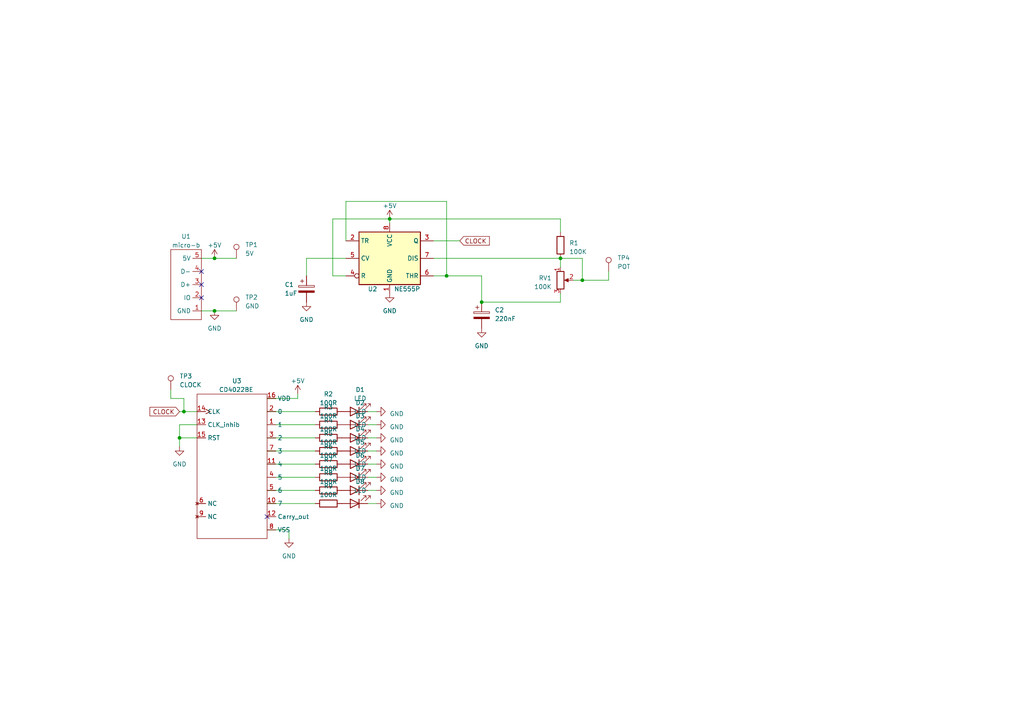
<source format=kicad_sch>
(kicad_sch (version 20230121) (generator eeschema)
  (paper "A4")
  (title_block (title "PCB Labo InstruAnalog") (date "2024-05-03") (rev "1") (company "ULB-EPB") (comment 1 "Lucas Placentino") (comment 2 "BA-IRCI Electronics & Telecoms"))
  (lib_symbols
    (symbol "Connector:TestPoint" (pin_numbers hide) (pin_names (offset 0.762) hide)
      (property "Reference" "TP" (at 0 6.858 0))
      (property "Value" "TestPoint" (at 0 5.08 0))
      (symbol "TestPoint_0_1"
        (circle (center 0 3.302) (radius 0.762))
      )
      (symbol "TestPoint_1_1"
        (pin passive line (at 0 0 90) (length 2.54) (name "1") (number "1"))
      )
    )
    (symbol "Device:C_Polarized" (pin_numbers hide) (pin_names (offset 0.254))
      (property "Reference" "C" (at 0.635 2.54 0))
      (property "Value" "C_Polarized" (at 0.635 -2.54 0))
      (symbol "C_Polarized_0_1"
        (rectangle (start -2.286 0.508) (end 2.286 1.016))
        (polyline (pts (xy -1.778 2.286) (xy -0.762 2.286)))
        (polyline (pts (xy -1.27 2.794) (xy -1.27 1.778)))
        (rectangle (start 2.286 -0.508) (end -2.286 -1.016) (fill (type outline)))
      )
      (symbol "C_Polarized_1_1"
        (pin passive line (at 0 3.81 270) (length 2.794) (name "~") (number "1"))
        (pin passive line (at 0 -3.81 90) (length 2.794) (name "~") (number "2"))
      )
    )
    (symbol "Device:LED" (pin_numbers hide) (pin_names (offset 1.016) hide)
      (property "Reference" "D" (at 0 2.54 0))
      (property "Value" "LED" (at 0 -2.54 0))
      (symbol "LED_0_1"
        (polyline (pts (xy -1.27 -1.27) (xy -1.27 1.27)) (stroke (width 0.254)))
        (polyline (pts (xy -1.27 0) (xy 1.27 0)))
        (polyline (pts (xy 1.27 -1.27) (xy 1.27 1.27) (xy -1.27 0) (xy 1.27 -1.27)) (stroke (width 0.254)))
        (polyline (pts (xy -3.048 -0.762) (xy -4.572 -2.286) (xy -3.81 -2.286) (xy -4.572 -2.286) (xy -4.572 -1.524)))
        (polyline (pts (xy -1.778 -0.762) (xy -3.302 -2.286) (xy -2.54 -2.286) (xy -3.302 -2.286) (xy -3.302 -1.524)))
      )
      (symbol "LED_1_1"
        (pin passive line (at -3.81 0 0) (length 2.54) (name "K") (number "1"))
        (pin passive line (at 3.81 0 180) (length 2.54) (name "A") (number "2"))
      )
    )
    (symbol "Device:R" (pin_numbers hide) (pin_names (offset 0))
      (property "Reference" "R" (at 2.032 0 90))
      (property "Value" "R" (at 0 0 90))
      (symbol "R_0_1"
        (rectangle (start -1.016 -2.54) (end 1.016 2.54) (stroke (width 0.254)))
      )
      (symbol "R_1_1"
        (pin passive line (at 0 3.81 270) (length 1.27) (name "~") (number "1"))
        (pin passive line (at 0 -3.81 90) (length 1.27) (name "~") (number "2"))
      )
    )
    (symbol "Device:R_Potentiometer" (pin_names (offset 1.016) hide)
      (property "Reference" "RV" (at -4.445 0 90))
      (property "Value" "R_Potentiometer" (at -2.54 0 90))
      (symbol "R_Potentiometer_0_1"
        (polyline (pts (xy 2.54 0) (xy 1.524 0)))
        (polyline (pts (xy 1.143 0) (xy 2.286 0.508) (xy 2.286 -0.508) (xy 1.143 0)) (fill (type outline)))
        (rectangle (start 1.016 2.54) (end -1.016 -2.54) (stroke (width 0.254)))
      )
      (symbol "R_Potentiometer_1_1"
        (pin passive line (at 0 3.81 270) (length 1.27) (name "1") (number "1"))
        (pin passive line (at 3.81 0 180) (length 1.27) (name "2") (number "2"))
        (pin passive line (at 0 -3.81 90) (length 1.27) (name "3") (number "3"))
      )
    )
    (symbol "PCM_4ms_Power-symbol:+5V" (power) (pin_names (offset 0))
      (property "Value" "+5V" (at 0 3.556 0))
      (symbol "+5V_0_1"
        (polyline (pts (xy -0.762 1.27) (xy 0 2.54)))
        (polyline (pts (xy 0 0) (xy 0 2.54)))
        (polyline (pts (xy 0 2.54) (xy 0.762 1.27)))
      )
      (symbol "+5V_1_1"
        (pin power_in line (at 0 0 90) (length 0) hide (name "+5V") (number "1"))
      )
    )
    (symbol "PCM_4ms_Power-symbol:GND" (power) (pin_names (offset 0))
      (property "Value" "GND" (at 0 -3.81 0))
      (symbol "GND_0_1"
        (polyline (pts (xy 0 0) (xy 0 -1.27) (xy 1.27 -1.27) (xy 0 -2.54) (xy -1.27 -1.27) (xy 0 -1.27)))
      )
      (symbol "GND_1_1"
        (pin power_in line (at 0 0 270) (length 0) hide (name "GND") (number "1"))
      )
    )
    (symbol "Timer:NE555P"
      (property "Reference" "U" (at -10.16 8.89 0))
      (property "Value" "NE555P" (at 2.54 8.89 0))
      (symbol "NE555P_0_0"
        (pin power_in line (at 0 -10.16 90) (length 2.54) (name "GND") (number "1"))
        (pin power_in line (at 0 10.16 270) (length 2.54) (name "VCC") (number "8"))
      )
      (symbol "NE555P_0_1"
        (rectangle (start -8.89 -7.62) (end 8.89 7.62) (stroke (width 0.254)) (fill (type background)))
        (rectangle (start -8.89 -7.62) (end 8.89 7.62) (stroke (width 0.254)) (fill (type background)))
      )
      (symbol "NE555P_1_1"
        (pin input line (at -12.7 5.08 0) (length 3.81) (name "TR") (number "2"))
        (pin output line (at 12.7 5.08 180) (length 3.81) (name "Q") (number "3"))
        (pin input inverted (at -12.7 -5.08 0) (length 3.81) (name "R") (number "4"))
        (pin input line (at -12.7 0 0) (length 3.81) (name "CV") (number "5"))
        (pin input line (at 12.7 -5.08 180) (length 3.81) (name "THR") (number "6"))
        (pin input line (at 12.7 0 180) (length 3.81) (name "DIS") (number "7"))
      )
    )
    (symbol "USB_breakout:micro-b"
      (property "Reference" "U" (at 0 0 0))
      (property "Value" "micro-b" (at 0 2.54 0))
      (symbol "micro-b_0_1"
        (rectangle (start -5.08 -2.54) (end 3.81 -22.86))
      )
      (symbol "micro-b_1_1"
        (pin power_out line (at -5.08 -5.08 0) (length 2.54) (name "GND") (number "1"))
        (pin bidirectional line (at -5.08 -8.89 0) (length 2.54) (name "IO") (number "2"))
        (pin bidirectional line (at -5.08 -12.7 0) (length 2.54) (name "D+") (number "3"))
        (pin bidirectional line (at -5.08 -16.51 0) (length 2.54) (name "D-") (number "4"))
        (pin power_out line (at -5.08 -20.32 0) (length 2.54) (name "5V") (number "5"))
      )
    )
    (symbol "cd4022be:CD4022BE"
      (property "Reference" "U" (at -5.08 0 0))
      (property "Value" "CD4022BE" (at -5.08 2.54 0))
      (symbol "CD4022BE_0_1"
        (rectangle (start -15.24 -1.27) (end 5.08 -43.18))
      )
      (symbol "CD4022BE_1_1"
        (pin output line (at 5.08 -10.16 0) (length 2.54) (name "1") (number "1"))
        (pin output line (at 5.08 -33.02 0) (length 2.54) (name "7") (number "10"))
        (pin output line (at 5.08 -21.59 0) (length 2.54) (name "4") (number "11"))
        (pin output line (at 5.08 -36.83 0) (length 2.54) (name "Carry_out") (number "12"))
        (pin input line (at -15.24 -10.16 0) (length 2.54) (name "CLK_inhib") (number "13"))
        (pin input clock (at -15.24 -6.35 0) (length 2.54) (name "CLK") (number "14"))
        (pin input line (at -15.24 -13.97 0) (length 2.54) (name "RST") (number "15"))
        (pin power_in line (at 5.08 -2.54 0) (length 2.54) (name "VDD") (number "16"))
        (pin output line (at 5.08 -6.35 0) (length 2.54) (name "0") (number "2"))
        (pin output line (at 5.08 -13.97 0) (length 2.54) (name "2") (number "3"))
        (pin output line (at 5.08 -25.4 0) (length 2.54) (name "5") (number "4"))
        (pin output line (at 5.08 -29.21 0) (length 2.54) (name "6") (number "5"))
        (pin no_connect line (at -15.24 -33.02 0) (length 2.54) (name "NC") (number "6"))
        (pin output line (at 5.08 -17.78 0) (length 2.54) (name "3") (number "7"))
        (pin power_in line (at 5.08 -40.64 0) (length 2.54) (name "VSS") (number "8"))
        (pin no_connect line (at -15.24 -36.83 0) (length 2.54) (name "NC") (number "9"))
      )
    )
  )
  (junction (at 113.03 63.5))
  (junction (at 53.34 119.38))
  (junction (at 129.54 80.01))
  (junction (at 62.23 74.93))
  (junction (at 168.91 81.28))
  (junction (at 52.07 127))
  (junction (at 139.7 87.63))
  (junction (at 62.23 90.17))
  (junction (at 162.56 74.93))
  (no_connect (at 58.42 82.55))
  (no_connect (at 58.42 78.74))
  (no_connect (at 58.42 86.36))
  (no_connect (at 77.47 149.86))
  (wire (pts (xy 100.33 69.85) (xy 100.33 58.42)))
  (wire (pts (xy 77.47 119.38) (xy 91.44 119.38)))
  (wire (pts (xy 58.42 90.17) (xy 62.23 90.17)))
  (wire (pts (xy 176.53 81.28) (xy 168.91 81.28)))
  (wire (pts (xy 162.56 87.63) (xy 162.56 85.09)))
  (wire (pts (xy 77.47 146.05) (xy 91.44 146.05)))
  (wire (pts (xy 77.47 115.57) (xy 86.36 115.57)))
  (wire (pts (xy 139.7 80.01) (xy 129.54 80.01)))
  (wire (pts (xy 129.54 80.01) (xy 125.73 80.01)))
  (wire (pts (xy 83.82 153.67) (xy 77.47 153.67)))
  (wire (pts (xy 52.07 123.19) (xy 52.07 127)))
  (wire (pts (xy 77.47 134.62) (xy 91.44 134.62)))
  (wire (pts (xy 53.34 119.38) (xy 57.15 119.38)))
  (wire (pts (xy 125.73 74.93) (xy 162.56 74.93)))
  (wire (pts (xy 49.53 113.03) (xy 49.53 115.57)))
  (wire (pts (xy 176.53 78.74) (xy 176.53 81.28)))
  (wire (pts (xy 96.52 80.01) (xy 100.33 80.01)))
  (wire (pts (xy 100.33 58.42) (xy 129.54 58.42)))
  (wire (pts (xy 52.07 119.38) (xy 53.34 119.38)))
  (wire (pts (xy 139.7 87.63) (xy 162.56 87.63)))
  (wire (pts (xy 77.47 130.81) (xy 91.44 130.81)))
  (wire (pts (xy 88.9 74.93) (xy 100.33 74.93)))
  (wire (pts (xy 162.56 74.93) (xy 168.91 74.93)))
  (wire (pts (xy 106.68 127) (xy 109.22 127)))
  (wire (pts (xy 52.07 127) (xy 57.15 127)))
  (wire (pts (xy 162.56 74.93) (xy 162.56 77.47)))
  (wire (pts (xy 106.68 134.62) (xy 109.22 134.62)))
  (wire (pts (xy 77.47 142.24) (xy 91.44 142.24)))
  (wire (pts (xy 125.73 69.85) (xy 133.35 69.85)))
  (wire (pts (xy 106.68 119.38) (xy 109.22 119.38)))
  (wire (pts (xy 96.52 63.5) (xy 113.03 63.5)))
  (wire (pts (xy 106.68 123.19) (xy 109.22 123.19)))
  (wire (pts (xy 113.03 63.5) (xy 162.56 63.5)))
  (wire (pts (xy 83.82 156.21) (xy 83.82 153.67)))
  (wire (pts (xy 49.53 115.57) (xy 53.34 115.57)))
  (wire (pts (xy 96.52 63.5) (xy 96.52 80.01)))
  (wire (pts (xy 52.07 129.54) (xy 52.07 127)))
  (wire (pts (xy 168.91 81.28) (xy 166.37 81.28)))
  (wire (pts (xy 106.68 138.43) (xy 109.22 138.43)))
  (wire (pts (xy 86.36 114.3) (xy 86.36 115.57)))
  (wire (pts (xy 62.23 74.93) (xy 68.58 74.93)))
  (wire (pts (xy 106.68 146.05) (xy 109.22 146.05)))
  (wire (pts (xy 77.47 127) (xy 91.44 127)))
  (wire (pts (xy 106.68 130.81) (xy 109.22 130.81)))
  (wire (pts (xy 168.91 74.93) (xy 168.91 81.28)))
  (wire (pts (xy 58.42 74.93) (xy 62.23 74.93)))
  (wire (pts (xy 88.9 80.01) (xy 88.9 74.93)))
  (wire (pts (xy 53.34 115.57) (xy 53.34 119.38)))
  (wire (pts (xy 57.15 123.19) (xy 52.07 123.19)))
  (wire (pts (xy 77.47 123.19) (xy 91.44 123.19)))
  (wire (pts (xy 77.47 138.43) (xy 91.44 138.43)))
  (wire (pts (xy 162.56 63.5) (xy 162.56 67.31)))
  (wire (pts (xy 106.68 142.24) (xy 109.22 142.24)))
  (wire (pts (xy 139.7 87.63) (xy 139.7 80.01)))
  (wire (pts (xy 62.23 90.17) (xy 68.58 90.17)))
  (wire (pts (xy 113.03 63.5) (xy 113.03 64.77)))
  (wire (pts (xy 129.54 58.42) (xy 129.54 80.01)))
  (global_label "CLOCK" (shape input) (at 133.35 69.85 0) (property "Intersheetrefs" "${INTERSHEET_REFS}" (effects hide)))
  (global_label "CLOCK" (shape input) (at 52.07 119.38 180) (property "Intersheetrefs" "${INTERSHEET_REFS}" (effects hide)))
  (symbol (lib_id "PCM_4ms_Power-symbol:GND") (at 109.22 119.38 90) (unit 1)
    (property "Reference" "#PWR010" (effects hide))
    (property "Value" "GND" (at 113.03 120.015 90) (effects (justify right)))
  )
  (symbol (lib_id "PCM_4ms_Power-symbol:GND") (at 109.22 130.81 90) (unit 1)
    (property "Reference" "#PWR013" (effects hide))
    (property "Value" "GND" (at 113.03 131.445 90) (effects (justify right)))
  )
  (symbol (lib_id "PCM_4ms_Power-symbol:GND") (at 109.22 146.05 90) (unit 1)
    (property "Reference" "#PWR017" (effects hide))
    (property "Value" "GND" (at 113.03 146.685 90) (effects (justify right)))
  )
  (symbol (lib_id "Device:LED") (at 102.87 123.19 180) (unit 1)
    (property "Reference" "D2" (at 104.4575 116.84 0))
    (property "Value" "LED" (at 104.4575 119.38 0))
    (property "Footprint" "LED_THT:LED_D5.0mm" (effects hide))
  )
  (symbol (lib_id "PCM_4ms_Power-symbol:GND") (at 109.22 127 90) (unit 1)
    (property "Reference" "#PWR012" (effects hide))
    (property "Value" "GND" (at 113.03 127.635 90) (effects (justify right)))
  )
  (symbol (lib_id "Connector:TestPoint") (at 49.53 113.03 0) (unit 1)
    (property "Reference" "TP3" (at 52.07 109.093 0) (effects (justify left)))
    (property "Value" "CLOCK" (at 52.07 111.633 0) (effects (justify left)))
    (property "Footprint" "TestPoint:TestPoint_Pad_D1.5mm" (effects hide))
  )
  (symbol (lib_id "Device:R_Potentiometer") (at 162.56 81.28 0) (unit 1)
    (property "Reference" "RV1" (at 160.02 80.645 0) (effects (justify right)))
    (property "Value" "100K" (at 160.02 83.185 0) (effects (justify right)))
    (property "Footprint" "Potentiometer_THT:Potentiometer_Bourns_PTV09A-1_Single_Vertical" (effects hide))
  )
  (symbol (lib_id "Device:R") (at 95.25 127 270) (unit 1)
    (property "Reference" "R4" (at 95.25 121.92 90))
    (property "Value" "100R" (at 95.25 124.46 90))
    (property "Footprint" "Resistor_THT:R_Axial_DIN0414_L11.9mm_D4.5mm_P15.24mm_Horizontal" (effects hide))
  )
  (symbol (lib_id "Device:R") (at 95.25 123.19 270) (unit 1)
    (property "Reference" "R3" (at 95.25 118.11 90))
    (property "Value" "100R" (at 95.25 120.65 90))
    (property "Footprint" "Resistor_THT:R_Axial_DIN0414_L11.9mm_D4.5mm_P15.24mm_Horizontal" (effects hide))
  )
  (symbol (lib_id "PCM_4ms_Power-symbol:+5V") (at 113.03 63.5 0) (unit 1)
    (property "Reference" "#PWR03" (effects hide))
    (property "Value" "+5V" (at 113.03 59.69 0))
  )
  (symbol (lib_id "Device:LED") (at 102.87 134.62 180) (unit 1)
    (property "Reference" "D5" (at 104.4575 128.27 0))
    (property "Value" "LED" (at 104.4575 130.81 0))
    (property "Footprint" "LED_THT:LED_D5.0mm" (effects hide))
  )
  (symbol (lib_id "Device:C_Polarized") (at 88.9 83.82 0) (unit 1)
    (property "Reference" "C1" (at 82.55 82.55 0) (effects (justify left)))
    (property "Value" "1uF" (at 82.55 85.09 0) (effects (justify left)))
    (property "Footprint" "Capacitor_THT:CP_Radial_D5.0mm_P2.00mm" (effects hide))
  )
  (symbol (lib_id "PCM_4ms_Power-symbol:GND") (at 109.22 134.62 90) (unit 1)
    (property "Reference" "#PWR014" (effects hide))
    (property "Value" "GND" (at 113.03 135.255 90) (effects (justify right)))
  )
  (symbol (lib_id "Device:LED") (at 102.87 119.38 180) (unit 1)
    (property "Reference" "D1" (at 104.4575 113.03 0))
    (property "Value" "LED" (at 104.4575 115.57 0))
    (property "Footprint" "LED_THT:LED_D5.0mm" (effects hide))
  )
  (symbol (lib_id "PCM_4ms_Power-symbol:+5V") (at 62.23 74.93 0) (unit 1)
    (property "Reference" "#PWR02" (effects hide))
    (property "Value" "+5V" (at 62.23 71.12 0))
  )
  (symbol (lib_id "PCM_4ms_Power-symbol:GND") (at 62.23 90.17 0) (unit 1)
    (property "Reference" "#PWR01" (effects hide))
    (property "Value" "GND" (at 62.23 95.25 0))
  )
  (symbol (lib_id "Device:R") (at 95.25 119.38 270) (unit 1)
    (property "Reference" "R2" (at 95.25 114.3 90))
    (property "Value" "100R" (at 95.25 116.84 90))
    (property "Footprint" "Resistor_THT:R_Axial_DIN0414_L11.9mm_D4.5mm_P15.24mm_Horizontal" (effects hide))
  )
  (symbol (lib_id "Device:R") (at 95.25 142.24 270) (unit 1)
    (property "Reference" "R8" (at 95.25 137.16 90))
    (property "Value" "100R" (at 95.25 139.7 90))
    (property "Footprint" "Resistor_THT:R_Axial_DIN0414_L11.9mm_D4.5mm_P15.24mm_Horizontal" (effects hide))
  )
  (symbol (lib_id "USB_breakout:micro-b") (at 53.34 95.25 180) (unit 1)
    (property "Reference" "U1" (at 53.975 68.58 0))
    (property "Value" "micro-b" (at 53.975 71.12 0))
    (property "Footprint" "USB_breakout:micro-b_adafruit" (effects hide))
  )
  (symbol (lib_id "PCM_4ms_Power-symbol:GND") (at 52.07 129.54 0) (unit 1)
    (property "Reference" "#PWR07" (effects hide))
    (property "Value" "GND" (at 52.07 134.62 0))
  )
  (symbol (lib_id "PCM_4ms_Power-symbol:GND") (at 109.22 123.19 90) (unit 1)
    (property "Reference" "#PWR011" (effects hide))
    (property "Value" "GND" (at 113.03 123.825 90) (effects (justify right)))
  )
  (symbol (lib_id "PCM_4ms_Power-symbol:+5V") (at 86.36 114.3 0) (unit 1)
    (property "Reference" "#PWR08" (effects hide))
    (property "Value" "+5V" (at 86.36 110.49 0))
  )
  (symbol (lib_id "PCM_4ms_Power-symbol:GND") (at 83.82 156.21 0) (unit 1)
    (property "Reference" "#PWR09" (effects hide))
    (property "Value" "GND" (at 83.82 161.29 0))
  )
  (symbol (lib_id "Device:R") (at 95.25 138.43 270) (unit 1)
    (property "Reference" "R7" (at 95.25 133.35 90))
    (property "Value" "100R" (at 95.25 135.89 90))
    (property "Footprint" "Resistor_THT:R_Axial_DIN0414_L11.9mm_D4.5mm_P15.24mm_Horizontal" (effects hide))
  )
  (symbol (lib_id "PCM_4ms_Power-symbol:GND") (at 139.7 95.25 0) (unit 1)
    (property "Reference" "#PWR06" (effects hide))
    (property "Value" "GND" (at 139.7 100.33 0))
  )
  (symbol (lib_id "Device:LED") (at 102.87 138.43 180) (unit 1)
    (property "Reference" "D6" (at 104.4575 132.08 0))
    (property "Value" "LED" (at 104.4575 134.62 0))
    (property "Footprint" "LED_THT:LED_D5.0mm" (effects hide))
  )
  (symbol (lib_id "Device:LED") (at 102.87 130.81 180) (unit 1)
    (property "Reference" "D4" (at 104.4575 124.46 0))
    (property "Value" "LED" (at 104.4575 127 0))
    (property "Footprint" "LED_THT:LED_D5.0mm" (effects hide))
  )
  (symbol (lib_id "PCM_4ms_Power-symbol:GND") (at 109.22 142.24 90) (unit 1)
    (property "Reference" "#PWR016" (effects hide))
    (property "Value" "GND" (at 113.03 142.875 90) (effects (justify right)))
  )
  (symbol (lib_id "Connector:TestPoint") (at 68.58 74.93 0) (unit 1)
    (property "Reference" "TP1" (at 71.12 70.993 0) (effects (justify left)))
    (property "Value" "5V" (at 71.12 73.533 0) (effects (justify left)))
    (property "Footprint" "TestPoint:TestPoint_Pad_D1.5mm" (effects hide))
  )
  (symbol (lib_id "cd4022be:CD4022BE") (at 72.39 113.03 0) (unit 1)
    (property "Reference" "U3" (at 67.31 110.49 0) (effects (justify left)))
    (property "Value" "CD4022BE" (at 63.5 113.03 0) (effects (justify left)))
    (property "Footprint" "Package_DIP:DIP-16_W7.62mm" (effects hide))
  )
  (symbol (lib_id "Device:R") (at 95.25 134.62 270) (unit 1)
    (property "Reference" "R6" (at 95.25 129.54 90))
    (property "Value" "100R" (at 95.25 132.08 90))
    (property "Footprint" "Resistor_THT:R_Axial_DIN0414_L11.9mm_D4.5mm_P15.24mm_Horizontal" (effects hide))
  )
  (symbol (lib_id "Device:LED") (at 102.87 127 180) (unit 1)
    (property "Reference" "D3" (at 104.4575 120.65 0))
    (property "Value" "LED" (at 104.4575 123.19 0))
    (property "Footprint" "LED_THT:LED_D5.0mm" (effects hide))
  )
  (symbol (lib_id "Device:R") (at 95.25 130.81 270) (unit 1)
    (property "Reference" "R5" (at 95.25 125.73 90))
    (property "Value" "100R" (at 95.25 128.27 90))
    (property "Footprint" "Resistor_THT:R_Axial_DIN0414_L11.9mm_D4.5mm_P15.24mm_Horizontal" (effects hide))
  )
  (symbol (lib_id "PCM_4ms_Power-symbol:GND") (at 113.03 85.09 0) (unit 1)
    (property "Reference" "#PWR04" (effects hide))
    (property "Value" "GND" (at 113.03 90.17 0))
  )
  (symbol (lib_id "Connector:TestPoint") (at 176.53 78.74 0) (unit 1)
    (property "Reference" "TP4" (at 179.07 74.803 0) (effects (justify left)))
    (property "Value" "POT" (at 179.07 77.343 0) (effects (justify left)))
    (property "Footprint" "TestPoint:TestPoint_Pad_D1.5mm" (effects hide))
  )
  (symbol (lib_id "Device:LED") (at 102.87 142.24 180) (unit 1)
    (property "Reference" "D7" (at 104.4575 135.89 0))
    (property "Value" "LED" (at 104.4575 138.43 0))
    (property "Footprint" "LED_THT:LED_D5.0mm" (effects hide))
  )
  (symbol (lib_id "Device:R") (at 162.56 71.12 0) (unit 1)
    (property "Reference" "R1" (at 165.1 70.485 0) (effects (justify left)))
    (property "Value" "100K" (at 165.1 73.025 0) (effects (justify left)))
    (property "Footprint" "Resistor_THT:R_Axial_DIN0207_L6.3mm_D2.5mm_P7.62mm_Horizontal" (effects hide))
  )
  (symbol (lib_id "PCM_4ms_Power-symbol:GND") (at 88.9 87.63 0) (unit 1)
    (property "Reference" "#PWR05" (effects hide))
    (property "Value" "GND" (at 88.9 92.71 0))
  )
  (symbol (lib_id "Device:R") (at 95.25 146.05 270) (unit 1)
    (property "Reference" "R9" (at 95.25 140.97 90))
    (property "Value" "100R" (at 95.25 143.51 90))
    (property "Footprint" "Resistor_THT:R_Axial_DIN0414_L11.9mm_D4.5mm_P15.24mm_Horizontal" (effects hide))
  )
  (symbol (lib_id "PCM_4ms_Power-symbol:GND") (at 109.22 138.43 90) (unit 1)
    (property "Reference" "#PWR015" (effects hide))
    (property "Value" "GND" (at 113.03 139.065 90) (effects (justify right)))
  )
  (symbol (lib_id "Device:LED") (at 102.87 146.05 180) (unit 1)
    (property "Reference" "D8" (at 104.4575 139.7 0))
    (property "Value" "LED" (at 104.4575 142.24 0))
    (property "Footprint" "LED_THT:LED_D5.0mm" (effects hide))
  )
  (symbol (lib_id "Connector:TestPoint") (at 68.58 90.17 0) (unit 1)
    (property "Reference" "TP2" (at 71.12 86.233 0) (effects (justify left)))
    (property "Value" "GND" (at 71.12 88.773 0) (effects (justify left)))
    (property "Footprint" "TestPoint:TestPoint_Pad_D1.5mm" (effects hide))
  )
  (symbol (lib_id "Timer:NE555P") (at 113.03 74.93 0) (unit 1)
    (property "Reference" "U2" (at 106.68 83.82 0) (effects (justify left)))
    (property "Value" "NE555P" (at 114.3 83.82 0) (effects (justify left)))
    (property "Footprint" "Package_DIP:DIP-8_W7.62mm" (effects hide))
    (property "Datasheet" "http://www.ti.com/lit/ds/symlink/ne555.pdf" (effects hide))
  )
  (symbol (lib_id "Device:C_Polarized") (at 139.7 91.44 0) (unit 1)
    (property "Reference" "C2" (at 143.51 89.916 0) (effects (justify left)))
    (property "Value" "220nF" (at 143.51 92.456 0) (effects (justify left)))
    (property "Footprint" "Capacitor_THT:CP_Radial_D5.0mm_P2.00mm" (effects hide))
  )
)
</source>
